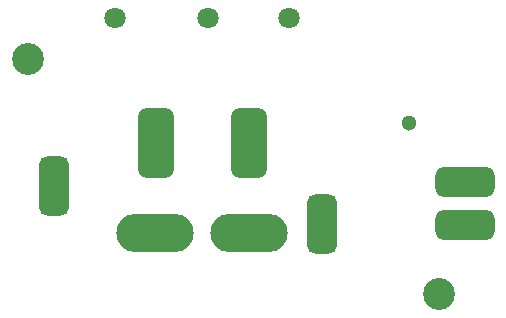
<source format=gbr>
%TF.GenerationSoftware,KiCad,Pcbnew,(7.0.0-0)*%
%TF.CreationDate,2023-02-27T23:59:31-08:00*%
%TF.ProjectId,DEMI_Buffer,44454d49-5f42-4756-9666-65722e6b6963,rev?*%
%TF.SameCoordinates,Original*%
%TF.FileFunction,Soldermask,Top*%
%TF.FilePolarity,Negative*%
%FSLAX46Y46*%
G04 Gerber Fmt 4.6, Leading zero omitted, Abs format (unit mm)*
G04 Created by KiCad (PCBNEW (7.0.0-0)) date 2023-02-27 23:59:31*
%MOMM*%
%LPD*%
G01*
G04 APERTURE LIST*
G04 Aperture macros list*
%AMRoundRect*
0 Rectangle with rounded corners*
0 $1 Rounding radius*
0 $2 $3 $4 $5 $6 $7 $8 $9 X,Y pos of 4 corners*
0 Add a 4 corners polygon primitive as box body*
4,1,4,$2,$3,$4,$5,$6,$7,$8,$9,$2,$3,0*
0 Add four circle primitives for the rounded corners*
1,1,$1+$1,$2,$3*
1,1,$1+$1,$4,$5*
1,1,$1+$1,$6,$7*
1,1,$1+$1,$8,$9*
0 Add four rect primitives between the rounded corners*
20,1,$1+$1,$2,$3,$4,$5,0*
20,1,$1+$1,$4,$5,$6,$7,0*
20,1,$1+$1,$6,$7,$8,$9,0*
20,1,$1+$1,$8,$9,$2,$3,0*%
G04 Aperture macros list end*
%ADD10RoundRect,0.625000X0.625000X1.875000X-0.625000X1.875000X-0.625000X-1.875000X0.625000X-1.875000X0*%
%ADD11RoundRect,0.625000X-1.875000X0.625000X-1.875000X-0.625000X1.875000X-0.625000X1.875000X0.625000X0*%
%ADD12RoundRect,0.625000X-0.625000X-1.875000X0.625000X-1.875000X0.625000X1.875000X-0.625000X1.875000X0*%
%ADD13C,2.700000*%
%ADD14RoundRect,0.750000X0.750000X2.250000X-0.750000X2.250000X-0.750000X-2.250000X0.750000X-2.250000X0*%
%ADD15C,1.300000*%
%ADD16O,6.540000X3.270000*%
%ADD17C,1.800000*%
G04 APERTURE END LIST*
D10*
%TO.C,DEMI_PTT_L1*%
X137414000Y-105791000D03*
%TD*%
D11*
%TO.C,DEMI_RLY_GND1*%
X149479000Y-105918000D03*
%TD*%
D12*
%TO.C,DEMI_AUX1*%
X114681000Y-102616000D03*
%TD*%
D13*
%TO.C,REF\u002A\u002A*%
X112522000Y-91821000D03*
%TD*%
D14*
%TO.C,DEMI_GND1*%
X123317000Y-98933000D03*
%TD*%
D13*
%TO.C,REF\u002A\u002A*%
X147320000Y-111760000D03*
%TD*%
D11*
%TO.C,DEMI_RLY1*%
X149479000Y-102235000D03*
%TD*%
D14*
%TO.C,DEMI_BUS1*%
X131191000Y-98933000D03*
%TD*%
D15*
%TO.C,J1*%
X144780000Y-97210000D03*
%TD*%
D16*
%TO.C,J2*%
X131190999Y-106552999D03*
X123290999Y-106552999D03*
D17*
X134631000Y-88313000D03*
X119851000Y-88313000D03*
X127771000Y-88313000D03*
%TD*%
M02*

</source>
